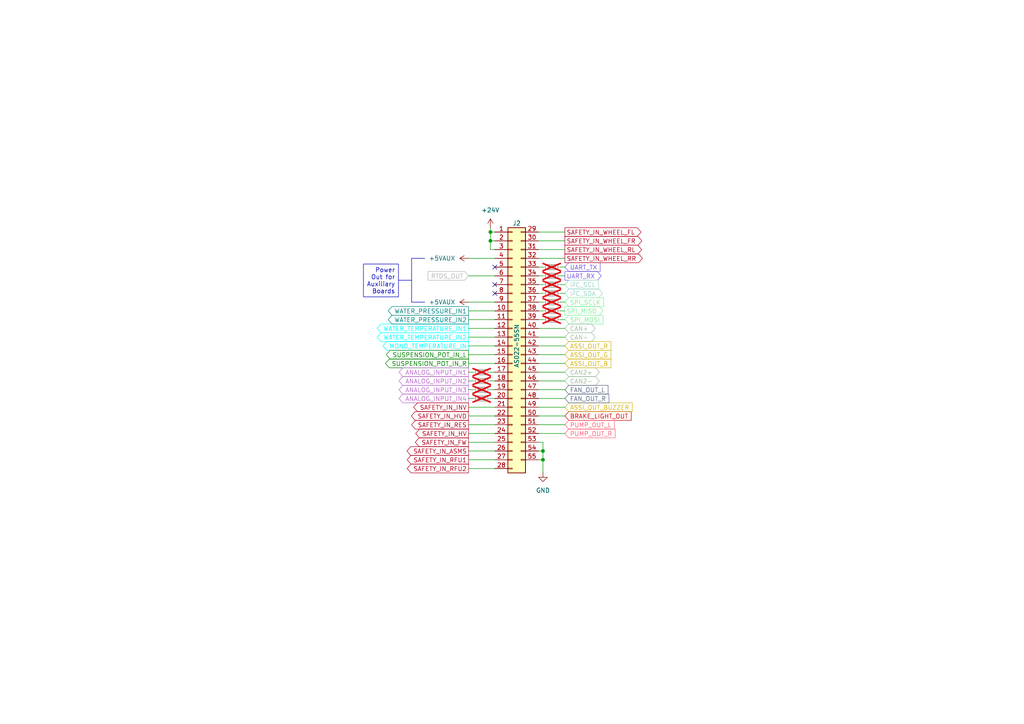
<source format=kicad_sch>
(kicad_sch (version 20230121) (generator eeschema)
  (paper "A4")
  (title_block (date "2023-07-01") (rev "${REVISION}") (company "Author: I. Kajdan") (comment 1 "Reviewer:"))
  (lib_symbols
    (symbol "AS022-55SN:AS022-55SN" (pin_names (offset 1.016) hide)
      (property "Reference" "J?" (at 1.27 39.37 0))
      (property "Value" "AS022-55SN" (at 1.27 36.83 0))
      (symbol "AS022-55SN_1_1"
        (rectangle (start -1.27 -35.433) (end 0 -35.687) (stroke (width 0.1524)))
        (rectangle (start -1.27 -32.893) (end 0 -33.147) (stroke (width 0.1524)))
        (rectangle (start -1.27 -30.353) (end 0 -30.607) (stroke (width 0.1524)))
        (rectangle (start -1.27 -27.813) (end 0 -28.067) (stroke (width 0.1524)))
        (rectangle (start -1.27 -25.273) (end 0 -25.527) (stroke (width 0.1524)))
        (rectangle (start -1.27 -22.733) (end 0 -22.987) (stroke (width 0.1524)))
        (rectangle (start -1.27 -20.193) (end 0 -20.447) (stroke (width 0.1524)))
        (rectangle (start -1.27 -17.653) (end 0 -17.907) (stroke (width 0.1524)))
        (rectangle (start -1.27 -15.113) (end 0 -15.367) (stroke (width 0.1524)))
        (rectangle (start -1.27 -12.573) (end 0 -12.827) (stroke (width 0.1524)))
        (rectangle (start -1.27 -10.033) (end 0 -10.287) (stroke (width 0.1524)))
        (rectangle (start -1.27 -7.493) (end 0 -7.747) (stroke (width 0.1524)))
        (rectangle (start -1.27 -4.953) (end 0 -5.207) (stroke (width 0.1524)))
        (rectangle (start -1.27 -2.413) (end 0 -2.667) (stroke (width 0.1524)))
        (rectangle (start -1.27 0.127) (end 0 -0.127) (stroke (width 0.1524)))
        (rectangle (start -1.27 2.667) (end 0 2.413) (stroke (width 0.1524)))
        (rectangle (start -1.27 5.207) (end 0 4.953) (stroke (width 0.1524)))
        (rectangle (start -1.27 7.747) (end 0 7.493) (stroke (width 0.1524)))
        (rectangle (start -1.27 10.287) (end 0 10.033) (stroke (width 0.1524)))
        (rectangle (start -1.27 12.827) (end 0 12.573) (stroke (width 0.1524)))
        (rectangle (start -1.27 15.367) (end 0 15.113) (stroke (width 0.1524)))
        (rectangle (start -1.27 17.907) (end 0 17.653) (stroke (width 0.1524)))
        (rectangle (start -1.27 20.447) (end 0 20.193) (stroke (width 0.1524)))
        (rectangle (start -1.27 22.987) (end 0 22.733) (stroke (width 0.1524)))
        (rectangle (start -1.27 25.527) (end 0 25.273) (stroke (width 0.1524)))
        (rectangle (start -1.27 28.067) (end 0 27.813) (stroke (width 0.1524)))
        (rectangle (start -1.27 30.607) (end 0 30.353) (stroke (width 0.1524)))
        (rectangle (start -1.27 33.147) (end 0 32.893) (stroke (width 0.1524)))
        (rectangle (start -1.27 34.29) (end 3.81 -36.83) (stroke (width 0.254)) (fill (type background)))
        (rectangle (start 3.81 -32.893) (end 2.54 -33.147) (stroke (width 0.1524)))
        (rectangle (start 3.81 -30.353) (end 2.54 -30.607) (stroke (width 0.1524)))
        (rectangle (start 3.81 -27.813) (end 2.54 -28.067) (stroke (width 0.1524)))
        (rectangle (start 3.81 -25.273) (end 2.54 -25.527) (stroke (width 0.1524)))
        (rectangle (start 3.81 -22.733) (end 2.54 -22.987) (stroke (width 0.1524)))
        (rectangle (start 3.81 -20.193) (end 2.54 -20.447) (stroke (width 0.1524)))
        (rectangle (start 3.81 -17.653) (end 2.54 -17.907) (stroke (width 0.1524)))
        (rectangle (start 3.81 -15.113) (end 2.54 -15.367) (stroke (width 0.1524)))
        (rectangle (start 3.81 -12.573) (end 2.54 -12.827) (stroke (width 0.1524)))
        (rectangle (start 3.81 -10.033) (end 2.54 -10.287) (stroke (width 0.1524)))
        (rectangle (start 3.81 -7.493) (end 2.54 -7.747) (stroke (width 0.1524)))
        (rectangle (start 3.81 -4.953) (end 2.54 -5.207) (stroke (width 0.1524)))
        (rectangle (start 3.81 -2.413) (end 2.54 -2.667) (stroke (width 0.1524)))
        (rectangle (start 3.81 0.127) (end 2.54 -0.127) (stroke (width 0.1524)))
        (rectangle (start 3.81 2.667) (end 2.54 2.413) (stroke (width 0.1524)))
        (rectangle (start 3.81 5.207) (end 2.54 4.953) (stroke (width 0.1524)))
        (rectangle (start 3.81 7.747) (end 2.54 7.493) (stroke (width 0.1524)))
        (rectangle (start 3.81 10.287) (end 2.54 10.033) (stroke (width 0.1524)))
        (rectangle (start 3.81 12.827) (end 2.54 12.573) (stroke (width 0.1524)))
        (rectangle (start 3.81 15.367) (end 2.54 15.113) (stroke (width 0.1524)))
        (rectangle (start 3.81 17.907) (end 2.54 17.653) (stroke (width 0.1524)))
        (rectangle (start 3.81 20.447) (end 2.54 20.193) (stroke (width 0.1524)))
        (rectangle (start 3.81 22.987) (end 2.54 22.733) (stroke (width 0.1524)))
        (rectangle (start 3.81 25.527) (end 2.54 25.273) (stroke (width 0.1524)))
        (rectangle (start 3.81 28.067) (end 2.54 27.813) (stroke (width 0.1524)))
        (rectangle (start 3.81 30.607) (end 2.54 30.353) (stroke (width 0.1524)))
        (rectangle (start 3.81 33.147) (end 2.54 32.893) (stroke (width 0.1524)))
        (pin passive line (at -5.08 33.02 0) (length 3.81) (name "Pin_1") (number "1"))
        (pin passive line (at -5.08 10.16 0) (length 3.81) (name "Pin_10") (number "10"))
        (pin passive line (at -5.08 7.62 0) (length 3.81) (name "Pin_11") (number "11"))
        (pin passive line (at -5.08 5.08 0) (length 3.81) (name "Pin_12") (number "12"))
        (pin passive line (at -5.08 2.54 0) (length 3.81) (name "Pin_13") (number "13"))
        (pin passive line (at -5.08 0 0) (length 3.81) (name "Pin_14") (number "14"))
        (pin passive line (at -5.08 -2.54 0) (length 3.81) (name "Pin_15") (number "15"))
        (pin passive line (at -5.08 -5.08 0) (length 3.81) (name "Pin_16") (number "16"))
        (pin passive line (at -5.08 -7.62 0) (length 3.81) (name "Pin_17") (number "17"))
        (pin passive line (at -5.08 -10.16 0) (length 3.81) (name "Pin_18") (number "18"))
        (pin passive line (at -5.08 -12.7 0) (length 3.81) (name "Pin_19") (number "19"))
        (pin passive line (at -5.08 30.48 0) (length 3.81) (name "Pin_2") (number "2"))
        (pin passive line (at -5.08 -15.24 0) (length 3.81) (name "Pin_20") (number "20"))
        (pin passive line (at -5.08 -17.78 0) (length 3.81) (name "Pin_21") (number "21"))
        (pin passive line (at -5.08 -20.32 0) (length 3.81) (name "Pin_22") (number "22"))
        (pin passive line (at -5.08 -22.86 0) (length 3.81) (name "Pin_23") (number "23"))
        (pin passive line (at -5.08 -25.4 0) (length 3.81) (name "Pin_24") (number "24"))
        (pin passive line (at -5.08 -27.94 0) (length 3.81) (name "Pin_25") (number "25"))
        (pin passive line (at -5.08 -30.48 0) (length 3.81) (name "Pin_26") (number "26"))
        (pin passive line (at -5.08 -33.02 0) (length 3.81) (name "Pin_27") (number "27"))
        (pin passive line (at -5.08 -35.56 0) (length 3.81) (name "Pin_28") (number "28"))
        (pin passive line (at 7.62 33.02 180) (length 3.81) (name "Pin_29") (number "29"))
        (pin passive line (at -5.08 27.94 0) (length 3.81) (name "Pin_3") (number "3"))
        (pin passive line (at 7.62 30.48 180) (length 3.81) (name "Pin_30") (number "30"))
        (pin passive line (at 7.62 27.94 180) (length 3.81) (name "Pin_31") (number "31"))
        (pin passive line (at 7.62 25.4 180) (length 3.81) (name "Pin_32") (number "32"))
        (pin passive line (at 7.62 22.86 180) (length 3.81) (name "Pin_33") (number "33"))
        (pin passive line (at 7.62 20.32 180) (length 3.81) (name "Pin_34") (number "34"))
        (pin passive line (at 7.62 17.78 180) (length 3.81) (name "Pin_35") (number "35"))
        (pin passive line (at 7.62 15.24 180) (length 3.81) (name "Pin_36") (number "36"))
        (pin passive line (at 7.62 12.7 180) (length 3.81) (name "Pin_37") (number "37"))
        (pin passive line (at 7.62 10.16 180) (length 3.81) (name "Pin_38") (number "38"))
        (pin passive line (at 7.62 7.62 180) (length 3.81) (name "Pin_39") (number "39"))
        (pin passive line (at -5.08 25.4 0) (length 3.81) (name "Pin_4") (number "4"))
        (pin passive line (at 7.62 5.08 180) (length 3.81) (name "Pin_40") (number "40"))
        (pin passive line (at 7.62 2.54 180) (length 3.81) (name "Pin_41") (number "41"))
        (pin passive line (at 7.62 0 180) (length 3.81) (name "Pin_42") (number "42"))
        (pin passive line (at 7.62 -2.54 180) (length 3.81) (name "Pin_43") (number "43"))
        (pin passive line (at 7.62 -5.08 180) (length 3.81) (name "Pin_44") (number "44"))
        (pin passive line (at 7.62 -7.62 180) (length 3.81) (name "Pin_45") (number "45"))
        (pin passive line (at 7.62 -10.16 180) (length 3.81) (name "Pin_46") (number "46"))
        (pin passive line (at 7.62 -12.7 180) (length 3.81) (name "Pin_47") (number "47"))
        (pin passive line (at 7.62 -15.24 180) (length 3.81) (name "Pin_48") (number "48"))
        (pin passive line (at 7.62 -17.78 180) (length 3.81) (name "Pin_49") (number "49"))
        (pin passive line (at -5.08 22.86 0) (length 3.81) (name "Pin_5") (number "5"))
        (pin passive line (at 7.62 -20.32 180) (length 3.81) (name "Pin_50") (number "50"))
        (pin passive line (at 7.62 -22.86 180) (length 3.81) (name "Pin_51") (number "51"))
        (pin passive line (at 7.62 -25.4 180) (length 3.81) (name "Pin_52") (number "52"))
        (pin passive line (at 7.62 -27.94 180) (length 3.81) (name "Pin_53") (number "53"))
        (pin passive line (at 7.62 -30.48 180) (length 3.81) (name "Pin_54") (number "54"))
        (pin passive line (at 7.62 -33.02 180) (length 3.81) (name "Pin_55") (number "55"))
        (pin passive line (at -5.08 20.32 0) (length 3.81) (name "Pin_6") (number "6"))
        (pin passive line (at -5.08 17.78 0) (length 3.81) (name "Pin_7") (number "7"))
        (pin passive line (at -5.08 15.24 0) (length 3.81) (name "Pin_8") (number "8"))
        (pin passive line (at -5.08 12.7 0) (length 3.81) (name "Pin_9") (number "9"))
      )
    )
    (symbol "Device:R_Small" (pin_numbers hide) (pin_names (offset 0.254) hide)
      (property "Reference" "R" (at 0.762 0.508 0))
      (property "Value" "R_Small" (at 0.762 -1.016 0))
      (symbol "R_Small_0_1"
        (rectangle (start -0.762 1.778) (end 0.762 -1.778) (stroke (width 0.2032)))
      )
      (symbol "R_Small_1_1"
        (pin passive line (at 0 2.54 270) (length 0.762) (name "~") (number "1"))
        (pin passive line (at 0 -2.54 90) (length 0.762) (name "~") (number "2"))
      )
    )
    (symbol "Power_Ports:+5VAUX" (power) (pin_names (offset 0))
      (property "Value" "+5VAUX" (at 0 3.81 0))
      (symbol "+5VAUX_0_1"
        (polyline (pts (xy -0.762 1.27) (xy 0 2.54)))
        (polyline (pts (xy 0 0) (xy 0 2.54)))
        (polyline (pts (xy 0 2.54) (xy 0.762 1.27)))
      )
      (symbol "+5VAUX_1_1"
        (pin power_in line (at 0 0 90) (length 0) hide (name "+5VAUX") (number "1"))
      )
    )
    (symbol "power:+24V" (power) (pin_names (offset 0))
      (property "Value" "+24V" (at 0 3.556 0))
      (symbol "+24V_0_1"
        (polyline (pts (xy -0.762 1.27) (xy 0 2.54)))
        (polyline (pts (xy 0 0) (xy 0 2.54)))
        (polyline (pts (xy 0 2.54) (xy 0.762 1.27)))
      )
      (symbol "+24V_1_1"
        (pin power_in line (at 0 0 90) (length 0) hide (name "+24V") (number "1"))
      )
    )
    (symbol "power:GND" (power) (pin_names (offset 0))
      (property "Value" "GND" (at 0 -3.81 0))
      (symbol "GND_0_1"
        (polyline (pts (xy 0 0) (xy 0 -1.27) (xy 1.27 -1.27) (xy 0 -2.54) (xy -1.27 -1.27) (xy 0 -1.27)))
      )
      (symbol "GND_1_1"
        (pin power_in line (at 0 0 270) (length 0) hide (name "GND") (number "1"))
      )
    )
  )
  (junction (at 142.24 67.31))
  (junction (at 157.48 133.35))
  (junction (at 157.48 130.81))
  (junction (at 142.24 69.85))
  (no_connect (at 143.51 85.09))
  (no_connect (at 143.51 82.55))
  (no_connect (at 143.51 77.47))
  (wire (pts (xy 163.83 90.17) (xy 162.56 90.17)))
  (wire (pts (xy 156.21 72.39) (xy 163.83 72.39)))
  (wire (pts (xy 143.51 133.35) (xy 135.89 133.35)))
  (polyline (pts (xy 123.19 74.93) (xy 119.38 74.93)))
  (wire (pts (xy 156.21 105.41) (xy 163.83 105.41)))
  (wire (pts (xy 163.83 80.01) (xy 162.56 80.01)))
  (wire (pts (xy 135.89 105.41) (xy 143.51 105.41)))
  (wire (pts (xy 143.51 123.19) (xy 135.89 123.19)))
  (polyline (pts (xy 119.38 74.93) (xy 119.38 87.63)))
  (wire (pts (xy 135.89 110.49) (xy 137.16 110.49)))
  (wire (pts (xy 156.21 67.31) (xy 163.83 67.31)))
  (wire (pts (xy 163.83 110.49) (xy 156.21 110.49)))
  (wire (pts (xy 163.83 85.09) (xy 162.56 85.09)))
  (wire (pts (xy 135.89 97.79) (xy 143.51 97.79)))
  (polyline (pts (xy 119.38 81.28) (xy 115.57 81.28)))
  (wire (pts (xy 157.48 137.16) (xy 157.48 133.35)))
  (wire (pts (xy 135.89 95.25) (xy 143.51 95.25)))
  (wire (pts (xy 156.21 113.03) (xy 163.83 113.03)))
  (wire (pts (xy 142.24 115.57) (xy 143.51 115.57)))
  (wire (pts (xy 157.48 87.63) (xy 156.21 87.63)))
  (wire (pts (xy 163.83 95.25) (xy 156.21 95.25)))
  (wire (pts (xy 156.21 74.93) (xy 163.83 74.93)))
  (wire (pts (xy 142.24 69.85) (xy 142.24 72.39)))
  (polyline (pts (xy 119.38 87.63) (xy 123.19 87.63)))
  (wire (pts (xy 157.48 90.17) (xy 156.21 90.17)))
  (wire (pts (xy 157.48 82.55) (xy 156.21 82.55)))
  (wire (pts (xy 163.83 82.55) (xy 162.56 82.55)))
  (wire (pts (xy 156.21 123.19) (xy 163.83 123.19)))
  (wire (pts (xy 143.51 135.89) (xy 135.89 135.89)))
  (wire (pts (xy 156.21 120.65) (xy 163.83 120.65)))
  (wire (pts (xy 143.51 128.27) (xy 135.89 128.27)))
  (wire (pts (xy 142.24 113.03) (xy 143.51 113.03)))
  (wire (pts (xy 157.48 130.81) (xy 157.48 133.35)))
  (wire (pts (xy 135.89 74.93) (xy 143.51 74.93)))
  (wire (pts (xy 163.83 92.71) (xy 162.56 92.71)))
  (wire (pts (xy 135.89 87.63) (xy 143.51 87.63)))
  (wire (pts (xy 157.48 85.09) (xy 156.21 85.09)))
  (wire (pts (xy 157.48 128.27) (xy 157.48 130.81)))
  (wire (pts (xy 142.24 110.49) (xy 143.51 110.49)))
  (wire (pts (xy 143.51 72.39) (xy 142.24 72.39)))
  (wire (pts (xy 156.21 130.81) (xy 157.48 130.81)))
  (wire (pts (xy 156.21 118.11) (xy 163.83 118.11)))
  (wire (pts (xy 163.83 107.95) (xy 156.21 107.95)))
  (wire (pts (xy 135.89 90.17) (xy 143.51 90.17)))
  (wire (pts (xy 143.51 80.01) (xy 135.89 80.01)))
  (wire (pts (xy 135.89 102.87) (xy 143.51 102.87)))
  (wire (pts (xy 135.89 92.71) (xy 143.51 92.71)))
  (wire (pts (xy 143.51 120.65) (xy 135.89 120.65)))
  (wire (pts (xy 143.51 130.81) (xy 135.89 130.81)))
  (wire (pts (xy 156.21 69.85) (xy 163.83 69.85)))
  (wire (pts (xy 135.89 113.03) (xy 137.16 113.03)))
  (wire (pts (xy 157.48 92.71) (xy 156.21 92.71)))
  (wire (pts (xy 142.24 69.85) (xy 142.24 67.31)))
  (wire (pts (xy 142.24 107.95) (xy 143.51 107.95)))
  (wire (pts (xy 143.51 67.31) (xy 142.24 67.31)))
  (wire (pts (xy 163.83 87.63) (xy 162.56 87.63)))
  (wire (pts (xy 142.24 67.31) (xy 142.24 66.04)))
  (wire (pts (xy 157.48 80.01) (xy 156.21 80.01)))
  (wire (pts (xy 157.48 133.35) (xy 156.21 133.35)))
  (wire (pts (xy 143.51 69.85) (xy 142.24 69.85)))
  (wire (pts (xy 163.83 77.47) (xy 162.56 77.47)))
  (wire (pts (xy 157.48 77.47) (xy 156.21 77.47)))
  (wire (pts (xy 156.21 100.33) (xy 163.83 100.33)))
  (wire (pts (xy 156.21 125.73) (xy 163.83 125.73)))
  (wire (pts (xy 135.89 115.57) (xy 137.16 115.57)))
  (wire (pts (xy 163.83 97.79) (xy 156.21 97.79)))
  (wire (pts (xy 143.51 118.11) (xy 135.89 118.11)))
  (wire (pts (xy 135.89 100.33) (xy 143.51 100.33)))
  (wire (pts (xy 156.21 128.27) (xy 157.48 128.27)))
  (wire (pts (xy 156.21 102.87) (xy 163.83 102.87)))
  (wire (pts (xy 135.89 107.95) (xy 137.16 107.95)))
  (wire (pts (xy 143.51 125.73) (xy 135.89 125.73)))
  (wire (pts (xy 156.21 115.57) (xy 163.83 115.57)))
  (text_box "Power Out for Auxiliary Boards" (at 105.41 76.581 0) (size 10.16 9.525) (effects (font (size 1.27 1.27)) (justify right top)))
  (global_label "WATER_PRESSURE_IN1" (shape output) (at 135.89 90.17 180) (property "Intersheetrefs" "${INTERSHEET_REFS}" (effects hide)))
  (global_label "SAFETY_IN_RFU2" (shape output) (at 135.89 135.89 180) (property "Intersheetrefs" "${INTERSHEET_REFS}" (effects hide)))
  (global_label "SUSPENSION_POT_IN_L" (shape output) (at 135.89 102.87 180) (property "Intersheetrefs" "${INTERSHEET_REFS}" (effects hide)))
  (global_label "FAN_OUT_R" (shape input) (at 163.83 115.57 0) (property "Intersheetrefs" "${INTERSHEET_REFS}" (effects hide)))
  (global_label "ASSI_OUT_B" (shape input) (at 163.83 105.41 0) (property "Intersheetrefs" "${INTERSHEET_REFS}" (effects hide)))
  (global_label "PUMP_OUT_L" (shape input) (at 163.83 123.19 0) (property "Intersheetrefs" "${INTERSHEET_REFS}" (effects hide)))
  (global_label "UART_RX" (shape output) (at 163.83 80.01 0) (property "Intersheetrefs" "${INTERSHEET_REFS}" (effects hide)))
  (global_label "CAN2-" (shape bidirectional) (at 163.83 110.49 0) (property "Intersheetrefs" "${INTERSHEET_REFS}" (effects hide)))
  (global_label "SAFETY_IN_INV" (shape output) (at 135.89 118.11 180) (property "Intersheetrefs" "${INTERSHEET_REFS}" (effects hide)))
  (global_label "I^{2}C_SDA" (shape bidirectional) (at 163.83 85.09 0) (property "Intersheetrefs" "${INTERSHEET_REFS}" (effects hide)))
  (global_label "CAN-" (shape bidirectional) (at 163.83 97.79 0) (property "Intersheetrefs" "${INTERSHEET_REFS}" (effects hide)))
  (global_label "SPI_MOSI" (shape input) (at 163.83 92.71 0) (property "Intersheetrefs" "${INTERSHEET_REFS}" (effects hide)))
  (global_label "WATER_PRESSURE_IN2" (shape output) (at 135.89 92.71 180) (property "Intersheetrefs" "${INTERSHEET_REFS}" (effects hide)))
  (global_label "SAFETY_IN_WHEEL_RR" (shape output) (at 163.83 74.93 0) (property "Intersheetrefs" "${INTERSHEET_REFS}" (effects hide)))
  (global_label "WATER_TEMPERATURE_IN1" (shape output) (at 135.89 95.25 180) (property "Intersheetrefs" "${INTERSHEET_REFS}" (effects hide)))
  (global_label "ASSI_OUT_R" (shape input) (at 163.83 100.33 0) (property "Intersheetrefs" "${INTERSHEET_REFS}" (effects hide)))
  (global_label "ANALOG_INPUT_IN3" (shape output) (at 135.89 113.03 180) (property "Intersheetrefs" "${INTERSHEET_REFS}" (effects hide)))
  (global_label "SAFETY_IN_HV" (shape output) (at 135.89 125.73 180) (property "Intersheetrefs" "${INTERSHEET_REFS}" (effects hide)))
  (global_label "CAN2+" (shape bidirectional) (at 163.83 107.95 0) (property "Intersheetrefs" "${INTERSHEET_REFS}" (effects hide)))
  (global_label "SAFETY_IN_FW" (shape output) (at 135.89 128.27 180) (property "Intersheetrefs" "${INTERSHEET_REFS}" (effects hide)))
  (global_label "ASSI_OUT_BUZZER" (shape input) (at 163.83 118.11 0) (property "Intersheetrefs" "${INTERSHEET_REFS}" (effects hide)))
  (global_label "ANALOG_INPUT_IN1" (shape output) (at 135.89 107.95 180) (property "Intersheetrefs" "${INTERSHEET_REFS}" (effects hide)))
  (global_label "CAN+" (shape bidirectional) (at 163.83 95.25 0) (property "Intersheetrefs" "${INTERSHEET_REFS}" (effects hide)))
  (global_label "SUSPENSION_POT_IN_R" (shape output) (at 135.89 105.41 180) (property "Intersheetrefs" "${INTERSHEET_REFS}" (effects hide)))
  (global_label "SAFETY_IN_RFU1" (shape output) (at 135.89 133.35 180) (property "Intersheetrefs" "${INTERSHEET_REFS}" (effects hide)))
  (global_label "MONO_TEMPERATURE_IN" (shape output) (at 135.89 100.33 180) (property "Intersheetrefs" "${INTERSHEET_REFS}" (effects hide)))
  (global_label "SAFETY_IN_HVD" (shape output) (at 135.89 120.65 180) (property "Intersheetrefs" "${INTERSHEET_REFS}" (effects hide)))
  (global_label "UART_TX" (shape input) (at 163.83 77.47 0) (property "Intersheetrefs" "${INTERSHEET_REFS}" (effects hide)))
  (global_label "ANALOG_INPUT_IN4" (shape output) (at 135.89 115.57 180) (property "Intersheetrefs" "${INTERSHEET_REFS}" (effects hide)))
  (global_label "BRAKE_LIGHT_OUT" (shape input) (at 163.83 120.65 0) (property "Intersheetrefs" "${INTERSHEET_REFS}" (effects hide)))
  (global_label "ANALOG_INPUT_IN2" (shape output) (at 135.89 110.49 180) (property "Intersheetrefs" "${INTERSHEET_REFS}" (effects hide)))
  (global_label "RTDS_OUT" (shape input) (at 135.89 80.01 180) (property "Intersheetrefs" "${INTERSHEET_REFS}" (effects hide)))
  (global_label "SPI_MISO" (shape output) (at 163.83 90.17 0) (property "Intersheetrefs" "${INTERSHEET_REFS}" (effects hide)))
  (global_label "PUMP_OUT_R" (shape input) (at 163.83 125.73 0) (property "Intersheetrefs" "${INTERSHEET_REFS}" (effects hide)))
  (global_label "SAFETY_IN_ASMS" (shape output) (at 135.89 130.81 180) (property "Intersheetrefs" "${INTERSHEET_REFS}" (effects hide)))
  (global_label "FAN_OUT_L" (shape input) (at 163.83 113.03 0) (property "Intersheetrefs" "${INTERSHEET_REFS}" (effects hide)))
  (global_label "SAFETY_IN_WHEEL_FR" (shape output) (at 163.83 69.85 0) (property "Intersheetrefs" "${INTERSHEET_REFS}" (effects hide)))
  (global_label "I^{2}C_SCL" (shape input) (at 163.83 82.55 0) (property "Intersheetrefs" "${INTERSHEET_REFS}" (effects hide)))
  (global_label "SPI_SCLK" (shape input) (at 163.83 87.63 0) (property "Intersheetrefs" "${INTERSHEET_REFS}" (effects hide)))
  (global_label "SAFETY_IN_RES" (shape output) (at 135.89 123.19 180) (property "Intersheetrefs" "${INTERSHEET_REFS}" (effects hide)))
  (global_label "SAFETY_IN_WHEEL_FL" (shape output) (at 163.83 67.31 0) (property "Intersheetrefs" "${INTERSHEET_REFS}" (effects hide)))
  (global_label "WATER_TEMPERATURE_IN2" (shape output) (at 135.89 97.79 180) (property "Intersheetrefs" "${INTERSHEET_REFS}" (effects hide)))
  (global_label "ASSI_OUT_G" (shape input) (at 163.83 102.87 0) (property "Intersheetrefs" "${INTERSHEET_REFS}" (effects hide)))
  (global_label "SAFETY_IN_WHEEL_RL" (shape output) (at 163.83 72.39 0) (property "Intersheetrefs" "${INTERSHEET_REFS}" (effects hide)))
  (symbol (lib_id "Device:R_Small") (at 160.02 80.01 90) (unit 1) (dnp yes)
    (property "Reference" "R29" (at 160.02 80.01 90) (effects (font (size 0.9 0.9))))
    (property "Value" "0R" (effects hide))
    (property "Footprint" "Resistor_SMD:R_0603_1608Metric" (effects hide))
  )
  (symbol (lib_id "AS022-55SN:AS022-55SN") (at 148.59 100.33 0) (unit 1)
    (property "Reference" "J2" (at 149.86 64.77 0))
    (property "Value" "AS022-55SN" (at 149.86 100.33 90))
    (property "Footprint" "Local_Library:AS022-55SN" (effects hide))
    (property "Datasheet" "http://www.te.com/usa-en/product-AS022-55SN.datasheet.pdf" (effects hide))
  )
  (symbol (lib_id "Device:R_Small") (at 160.02 87.63 90) (unit 1) (dnp yes)
    (property "Reference" "R32" (at 160.02 87.63 90) (effects (font (size 0.9 0.9))))
    (property "Value" "0R" (effects hide))
    (property "Footprint" "Resistor_SMD:R_0603_1608Metric" (effects hide))
  )
  (symbol (lib_id "Power_Ports:+5VAUX") (at 135.89 74.93 90) (unit 1)
    (property "Reference" "#PWR056" (effects hide))
    (property "Value" "+5VAUX" (at 132.08 74.93 90) (effects (justify left)))
  )
  (symbol (lib_id "Device:R_Small") (at 160.02 82.55 90) (unit 1) (dnp yes)
    (property "Reference" "R30" (at 160.02 82.55 90) (effects (font (size 0.9 0.9))))
    (property "Value" "0R" (effects hide))
    (property "Footprint" "Resistor_SMD:R_0603_1608Metric" (effects hide))
  )
  (symbol (lib_id "power:+24V") (at 142.24 66.04 0) (unit 1)
    (property "Reference" "#PWR058" (effects hide))
    (property "Value" "+24V" (at 142.24 60.96 0))
  )
  (symbol (lib_id "Device:R_Small") (at 160.02 77.47 90) (unit 1) (dnp yes)
    (property "Reference" "R28" (at 160.02 77.47 90) (effects (font (size 0.9 0.9))))
    (property "Value" "0R" (effects hide))
    (property "Footprint" "Resistor_SMD:R_0603_1608Metric" (effects hide))
  )
  (symbol (lib_id "Device:R_Small") (at 139.7 115.57 90) (unit 1) (dnp yes)
    (property "Reference" "R27" (at 139.7 115.57 90) (effects (font (size 0.9 0.9))))
    (property "Value" "0R" (effects hide))
    (property "Footprint" "Resistor_SMD:R_0603_1608Metric" (effects hide))
  )
  (symbol (lib_id "Power_Ports:+5VAUX") (at 135.89 87.63 90) (unit 1)
    (property "Reference" "#PWR057" (effects hide))
    (property "Value" "+5VAUX" (at 132.08 87.63 90) (effects (justify left)))
  )
  (symbol (lib_id "Device:R_Small") (at 160.02 85.09 90) (unit 1) (dnp yes)
    (property "Reference" "R31" (at 160.02 85.09 90) (effects (font (size 0.9 0.9))))
    (property "Value" "0R" (effects hide))
    (property "Footprint" "Resistor_SMD:R_0603_1608Metric" (effects hide))
  )
  (symbol (lib_id "Device:R_Small") (at 139.7 110.49 90) (unit 1) (dnp yes)
    (property "Reference" "R25" (at 139.7 110.49 90) (effects (font (size 0.9 0.9))))
    (property "Value" "0R" (effects hide))
    (property "Footprint" "Resistor_SMD:R_0603_1608Metric" (effects hide))
  )
  (symbol (lib_id "power:GND") (at 157.48 137.16 0) (unit 1)
    (property "Reference" "#PWR059" (effects hide))
    (property "Value" "GND" (at 157.48 142.24 0))
  )
  (symbol (lib_id "Device:R_Small") (at 139.7 107.95 90) (unit 1) (dnp yes)
    (property "Reference" "R24" (at 139.7 107.95 90) (effects (font (size 0.9 0.9))))
    (property "Value" "0R" (effects hide))
    (property "Footprint" "Resistor_SMD:R_0603_1608Metric" (effects hide))
  )
  (symbol (lib_id "Device:R_Small") (at 160.02 90.17 90) (unit 1) (dnp yes)
    (property "Reference" "R33" (at 160.02 90.17 90) (effects (font (size 0.9 0.9))))
    (property "Value" "0R" (effects hide))
    (property "Footprint" "Resistor_SMD:R_0603_1608Metric" (effects hide))
  )
  (symbol (lib_id "Device:R_Small") (at 139.7 113.03 90) (unit 1) (dnp yes)
    (property "Reference" "R26" (at 139.7 113.03 90) (effects (font (size 0.9 0.9))))
    (property "Value" "0R" (effects hide))
    (property "Footprint" "Resistor_SMD:R_0603_1608Metric" (effects hide))
  )
  (symbol (lib_id "Device:R_Small") (at 160.02 92.71 90) (unit 1) (dnp yes)
    (property "Reference" "R34" (at 160.02 92.71 90) (effects (font (size 0.9 0.9))))
    (property "Value" "0R" (effects hide))
    (property "Footprint" "Resistor_SMD:R_0603_1608Metric" (effects hide))
  )
)
</source>
